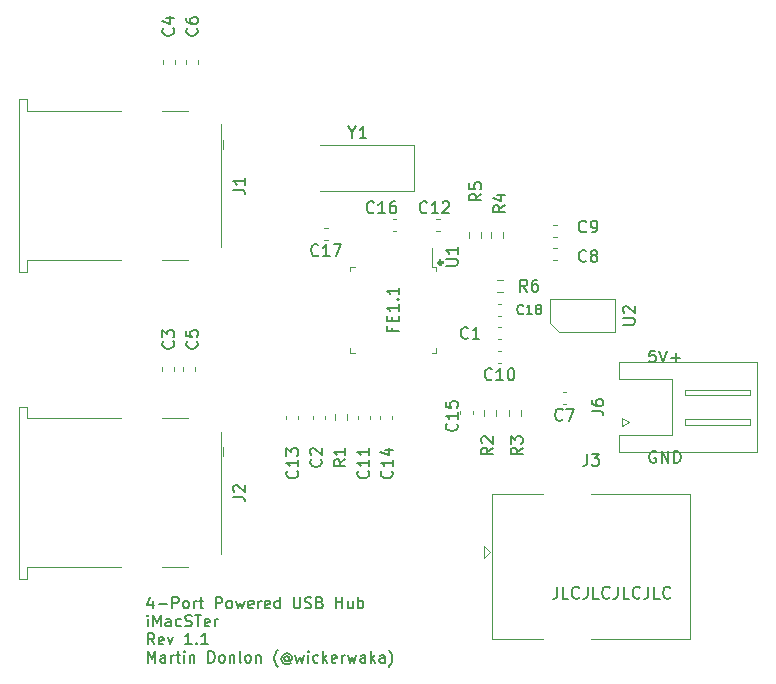
<source format=gbr>
%TF.GenerationSoftware,KiCad,Pcbnew,(6.0.5)*%
%TF.CreationDate,2023-02-01T20:47:26-08:00*%
%TF.ProjectId,USBHub,55534248-7562-42e6-9b69-6361645f7063,rev?*%
%TF.SameCoordinates,Original*%
%TF.FileFunction,Legend,Top*%
%TF.FilePolarity,Positive*%
%FSLAX46Y46*%
G04 Gerber Fmt 4.6, Leading zero omitted, Abs format (unit mm)*
G04 Created by KiCad (PCBNEW (6.0.5)) date 2023-02-01 20:47:26*
%MOMM*%
%LPD*%
G01*
G04 APERTURE LIST*
%ADD10C,0.150000*%
%ADD11C,0.120000*%
%ADD12C,0.300000*%
G04 APERTURE END LIST*
D10*
X132630833Y-110642178D02*
X132630833Y-111275511D01*
X132404642Y-110280273D02*
X132178452Y-110958845D01*
X132766547Y-110958845D01*
X133128452Y-110913607D02*
X133852261Y-110913607D01*
X134304642Y-111275511D02*
X134304642Y-110325511D01*
X134666547Y-110325511D01*
X134757023Y-110370750D01*
X134802261Y-110415988D01*
X134847500Y-110506464D01*
X134847500Y-110642178D01*
X134802261Y-110732654D01*
X134757023Y-110777892D01*
X134666547Y-110823130D01*
X134304642Y-110823130D01*
X135390357Y-111275511D02*
X135299880Y-111230273D01*
X135254642Y-111185035D01*
X135209404Y-111094559D01*
X135209404Y-110823130D01*
X135254642Y-110732654D01*
X135299880Y-110687416D01*
X135390357Y-110642178D01*
X135526071Y-110642178D01*
X135616547Y-110687416D01*
X135661785Y-110732654D01*
X135707023Y-110823130D01*
X135707023Y-111094559D01*
X135661785Y-111185035D01*
X135616547Y-111230273D01*
X135526071Y-111275511D01*
X135390357Y-111275511D01*
X136114166Y-111275511D02*
X136114166Y-110642178D01*
X136114166Y-110823130D02*
X136159404Y-110732654D01*
X136204642Y-110687416D01*
X136295119Y-110642178D01*
X136385595Y-110642178D01*
X136566547Y-110642178D02*
X136928452Y-110642178D01*
X136702261Y-110325511D02*
X136702261Y-111139797D01*
X136747500Y-111230273D01*
X136837976Y-111275511D01*
X136928452Y-111275511D01*
X137968928Y-111275511D02*
X137968928Y-110325511D01*
X138330833Y-110325511D01*
X138421309Y-110370750D01*
X138466547Y-110415988D01*
X138511785Y-110506464D01*
X138511785Y-110642178D01*
X138466547Y-110732654D01*
X138421309Y-110777892D01*
X138330833Y-110823130D01*
X137968928Y-110823130D01*
X139054642Y-111275511D02*
X138964166Y-111230273D01*
X138918928Y-111185035D01*
X138873690Y-111094559D01*
X138873690Y-110823130D01*
X138918928Y-110732654D01*
X138964166Y-110687416D01*
X139054642Y-110642178D01*
X139190357Y-110642178D01*
X139280833Y-110687416D01*
X139326071Y-110732654D01*
X139371309Y-110823130D01*
X139371309Y-111094559D01*
X139326071Y-111185035D01*
X139280833Y-111230273D01*
X139190357Y-111275511D01*
X139054642Y-111275511D01*
X139687976Y-110642178D02*
X139868928Y-111275511D01*
X140049880Y-110823130D01*
X140230833Y-111275511D01*
X140411785Y-110642178D01*
X141135595Y-111230273D02*
X141045119Y-111275511D01*
X140864166Y-111275511D01*
X140773690Y-111230273D01*
X140728452Y-111139797D01*
X140728452Y-110777892D01*
X140773690Y-110687416D01*
X140864166Y-110642178D01*
X141045119Y-110642178D01*
X141135595Y-110687416D01*
X141180833Y-110777892D01*
X141180833Y-110868369D01*
X140728452Y-110958845D01*
X141587976Y-111275511D02*
X141587976Y-110642178D01*
X141587976Y-110823130D02*
X141633214Y-110732654D01*
X141678452Y-110687416D01*
X141768928Y-110642178D01*
X141859404Y-110642178D01*
X142537976Y-111230273D02*
X142447500Y-111275511D01*
X142266547Y-111275511D01*
X142176071Y-111230273D01*
X142130833Y-111139797D01*
X142130833Y-110777892D01*
X142176071Y-110687416D01*
X142266547Y-110642178D01*
X142447500Y-110642178D01*
X142537976Y-110687416D01*
X142583214Y-110777892D01*
X142583214Y-110868369D01*
X142130833Y-110958845D01*
X143397500Y-111275511D02*
X143397500Y-110325511D01*
X143397500Y-111230273D02*
X143307023Y-111275511D01*
X143126071Y-111275511D01*
X143035595Y-111230273D01*
X142990357Y-111185035D01*
X142945119Y-111094559D01*
X142945119Y-110823130D01*
X142990357Y-110732654D01*
X143035595Y-110687416D01*
X143126071Y-110642178D01*
X143307023Y-110642178D01*
X143397500Y-110687416D01*
X144573690Y-110325511D02*
X144573690Y-111094559D01*
X144618928Y-111185035D01*
X144664166Y-111230273D01*
X144754642Y-111275511D01*
X144935595Y-111275511D01*
X145026071Y-111230273D01*
X145071309Y-111185035D01*
X145116547Y-111094559D01*
X145116547Y-110325511D01*
X145523690Y-111230273D02*
X145659404Y-111275511D01*
X145885595Y-111275511D01*
X145976071Y-111230273D01*
X146021309Y-111185035D01*
X146066547Y-111094559D01*
X146066547Y-111004083D01*
X146021309Y-110913607D01*
X145976071Y-110868369D01*
X145885595Y-110823130D01*
X145704642Y-110777892D01*
X145614166Y-110732654D01*
X145568928Y-110687416D01*
X145523690Y-110596940D01*
X145523690Y-110506464D01*
X145568928Y-110415988D01*
X145614166Y-110370750D01*
X145704642Y-110325511D01*
X145930833Y-110325511D01*
X146066547Y-110370750D01*
X146790357Y-110777892D02*
X146926071Y-110823130D01*
X146971309Y-110868369D01*
X147016547Y-110958845D01*
X147016547Y-111094559D01*
X146971309Y-111185035D01*
X146926071Y-111230273D01*
X146835595Y-111275511D01*
X146473690Y-111275511D01*
X146473690Y-110325511D01*
X146790357Y-110325511D01*
X146880833Y-110370750D01*
X146926071Y-110415988D01*
X146971309Y-110506464D01*
X146971309Y-110596940D01*
X146926071Y-110687416D01*
X146880833Y-110732654D01*
X146790357Y-110777892D01*
X146473690Y-110777892D01*
X148147500Y-111275511D02*
X148147500Y-110325511D01*
X148147500Y-110777892D02*
X148690357Y-110777892D01*
X148690357Y-111275511D02*
X148690357Y-110325511D01*
X149549880Y-110642178D02*
X149549880Y-111275511D01*
X149142738Y-110642178D02*
X149142738Y-111139797D01*
X149187976Y-111230273D01*
X149278452Y-111275511D01*
X149414166Y-111275511D01*
X149504642Y-111230273D01*
X149549880Y-111185035D01*
X150002261Y-111275511D02*
X150002261Y-110325511D01*
X150002261Y-110687416D02*
X150092738Y-110642178D01*
X150273690Y-110642178D01*
X150364166Y-110687416D01*
X150409404Y-110732654D01*
X150454642Y-110823130D01*
X150454642Y-111094559D01*
X150409404Y-111185035D01*
X150364166Y-111230273D01*
X150273690Y-111275511D01*
X150092738Y-111275511D01*
X150002261Y-111230273D01*
X132223690Y-112805011D02*
X132223690Y-112171678D01*
X132223690Y-111855011D02*
X132178452Y-111900250D01*
X132223690Y-111945488D01*
X132268928Y-111900250D01*
X132223690Y-111855011D01*
X132223690Y-111945488D01*
X132676071Y-112805011D02*
X132676071Y-111855011D01*
X132992738Y-112533583D01*
X133309404Y-111855011D01*
X133309404Y-112805011D01*
X134168928Y-112805011D02*
X134168928Y-112307392D01*
X134123690Y-112216916D01*
X134033214Y-112171678D01*
X133852261Y-112171678D01*
X133761785Y-112216916D01*
X134168928Y-112759773D02*
X134078452Y-112805011D01*
X133852261Y-112805011D01*
X133761785Y-112759773D01*
X133716547Y-112669297D01*
X133716547Y-112578821D01*
X133761785Y-112488345D01*
X133852261Y-112443107D01*
X134078452Y-112443107D01*
X134168928Y-112397869D01*
X135028452Y-112759773D02*
X134937976Y-112805011D01*
X134757023Y-112805011D01*
X134666547Y-112759773D01*
X134621309Y-112714535D01*
X134576071Y-112624059D01*
X134576071Y-112352630D01*
X134621309Y-112262154D01*
X134666547Y-112216916D01*
X134757023Y-112171678D01*
X134937976Y-112171678D01*
X135028452Y-112216916D01*
X135390357Y-112759773D02*
X135526071Y-112805011D01*
X135752261Y-112805011D01*
X135842738Y-112759773D01*
X135887976Y-112714535D01*
X135933214Y-112624059D01*
X135933214Y-112533583D01*
X135887976Y-112443107D01*
X135842738Y-112397869D01*
X135752261Y-112352630D01*
X135571309Y-112307392D01*
X135480833Y-112262154D01*
X135435595Y-112216916D01*
X135390357Y-112126440D01*
X135390357Y-112035964D01*
X135435595Y-111945488D01*
X135480833Y-111900250D01*
X135571309Y-111855011D01*
X135797500Y-111855011D01*
X135933214Y-111900250D01*
X136204642Y-111855011D02*
X136747500Y-111855011D01*
X136476071Y-112805011D02*
X136476071Y-111855011D01*
X137426071Y-112759773D02*
X137335595Y-112805011D01*
X137154642Y-112805011D01*
X137064166Y-112759773D01*
X137018928Y-112669297D01*
X137018928Y-112307392D01*
X137064166Y-112216916D01*
X137154642Y-112171678D01*
X137335595Y-112171678D01*
X137426071Y-112216916D01*
X137471309Y-112307392D01*
X137471309Y-112397869D01*
X137018928Y-112488345D01*
X137878452Y-112805011D02*
X137878452Y-112171678D01*
X137878452Y-112352630D02*
X137923690Y-112262154D01*
X137968928Y-112216916D01*
X138059404Y-112171678D01*
X138149880Y-112171678D01*
X132766547Y-114334511D02*
X132449880Y-113882130D01*
X132223690Y-114334511D02*
X132223690Y-113384511D01*
X132585595Y-113384511D01*
X132676071Y-113429750D01*
X132721309Y-113474988D01*
X132766547Y-113565464D01*
X132766547Y-113701178D01*
X132721309Y-113791654D01*
X132676071Y-113836892D01*
X132585595Y-113882130D01*
X132223690Y-113882130D01*
X133535595Y-114289273D02*
X133445119Y-114334511D01*
X133264166Y-114334511D01*
X133173690Y-114289273D01*
X133128452Y-114198797D01*
X133128452Y-113836892D01*
X133173690Y-113746416D01*
X133264166Y-113701178D01*
X133445119Y-113701178D01*
X133535595Y-113746416D01*
X133580833Y-113836892D01*
X133580833Y-113927369D01*
X133128452Y-114017845D01*
X133897500Y-113701178D02*
X134123690Y-114334511D01*
X134349880Y-113701178D01*
X135933214Y-114334511D02*
X135390357Y-114334511D01*
X135661785Y-114334511D02*
X135661785Y-113384511D01*
X135571309Y-113520226D01*
X135480833Y-113610702D01*
X135390357Y-113655940D01*
X136340357Y-114244035D02*
X136385595Y-114289273D01*
X136340357Y-114334511D01*
X136295119Y-114289273D01*
X136340357Y-114244035D01*
X136340357Y-114334511D01*
X137290357Y-114334511D02*
X136747500Y-114334511D01*
X137018928Y-114334511D02*
X137018928Y-113384511D01*
X136928452Y-113520226D01*
X136837976Y-113610702D01*
X136747500Y-113655940D01*
X132223690Y-115864011D02*
X132223690Y-114914011D01*
X132540357Y-115592583D01*
X132857023Y-114914011D01*
X132857023Y-115864011D01*
X133716547Y-115864011D02*
X133716547Y-115366392D01*
X133671309Y-115275916D01*
X133580833Y-115230678D01*
X133399880Y-115230678D01*
X133309404Y-115275916D01*
X133716547Y-115818773D02*
X133626071Y-115864011D01*
X133399880Y-115864011D01*
X133309404Y-115818773D01*
X133264166Y-115728297D01*
X133264166Y-115637821D01*
X133309404Y-115547345D01*
X133399880Y-115502107D01*
X133626071Y-115502107D01*
X133716547Y-115456869D01*
X134168928Y-115864011D02*
X134168928Y-115230678D01*
X134168928Y-115411630D02*
X134214166Y-115321154D01*
X134259404Y-115275916D01*
X134349880Y-115230678D01*
X134440357Y-115230678D01*
X134621309Y-115230678D02*
X134983214Y-115230678D01*
X134757023Y-114914011D02*
X134757023Y-115728297D01*
X134802261Y-115818773D01*
X134892738Y-115864011D01*
X134983214Y-115864011D01*
X135299880Y-115864011D02*
X135299880Y-115230678D01*
X135299880Y-114914011D02*
X135254642Y-114959250D01*
X135299880Y-115004488D01*
X135345119Y-114959250D01*
X135299880Y-114914011D01*
X135299880Y-115004488D01*
X135752261Y-115230678D02*
X135752261Y-115864011D01*
X135752261Y-115321154D02*
X135797500Y-115275916D01*
X135887976Y-115230678D01*
X136023690Y-115230678D01*
X136114166Y-115275916D01*
X136159404Y-115366392D01*
X136159404Y-115864011D01*
X137335595Y-115864011D02*
X137335595Y-114914011D01*
X137561785Y-114914011D01*
X137697500Y-114959250D01*
X137787976Y-115049726D01*
X137833214Y-115140202D01*
X137878452Y-115321154D01*
X137878452Y-115456869D01*
X137833214Y-115637821D01*
X137787976Y-115728297D01*
X137697500Y-115818773D01*
X137561785Y-115864011D01*
X137335595Y-115864011D01*
X138421309Y-115864011D02*
X138330833Y-115818773D01*
X138285595Y-115773535D01*
X138240357Y-115683059D01*
X138240357Y-115411630D01*
X138285595Y-115321154D01*
X138330833Y-115275916D01*
X138421309Y-115230678D01*
X138557023Y-115230678D01*
X138647500Y-115275916D01*
X138692738Y-115321154D01*
X138737976Y-115411630D01*
X138737976Y-115683059D01*
X138692738Y-115773535D01*
X138647500Y-115818773D01*
X138557023Y-115864011D01*
X138421309Y-115864011D01*
X139145119Y-115230678D02*
X139145119Y-115864011D01*
X139145119Y-115321154D02*
X139190357Y-115275916D01*
X139280833Y-115230678D01*
X139416547Y-115230678D01*
X139507023Y-115275916D01*
X139552261Y-115366392D01*
X139552261Y-115864011D01*
X140140357Y-115864011D02*
X140049880Y-115818773D01*
X140004642Y-115728297D01*
X140004642Y-114914011D01*
X140637976Y-115864011D02*
X140547500Y-115818773D01*
X140502261Y-115773535D01*
X140457023Y-115683059D01*
X140457023Y-115411630D01*
X140502261Y-115321154D01*
X140547500Y-115275916D01*
X140637976Y-115230678D01*
X140773690Y-115230678D01*
X140864166Y-115275916D01*
X140909404Y-115321154D01*
X140954642Y-115411630D01*
X140954642Y-115683059D01*
X140909404Y-115773535D01*
X140864166Y-115818773D01*
X140773690Y-115864011D01*
X140637976Y-115864011D01*
X141361785Y-115230678D02*
X141361785Y-115864011D01*
X141361785Y-115321154D02*
X141407023Y-115275916D01*
X141497500Y-115230678D01*
X141633214Y-115230678D01*
X141723690Y-115275916D01*
X141768928Y-115366392D01*
X141768928Y-115864011D01*
X143216547Y-116225916D02*
X143171309Y-116180678D01*
X143080833Y-116044964D01*
X143035595Y-115954488D01*
X142990357Y-115818773D01*
X142945119Y-115592583D01*
X142945119Y-115411630D01*
X142990357Y-115185440D01*
X143035595Y-115049726D01*
X143080833Y-114959250D01*
X143171309Y-114823535D01*
X143216547Y-114778297D01*
X144166547Y-115411630D02*
X144121309Y-115366392D01*
X144030833Y-115321154D01*
X143940357Y-115321154D01*
X143849880Y-115366392D01*
X143804642Y-115411630D01*
X143759404Y-115502107D01*
X143759404Y-115592583D01*
X143804642Y-115683059D01*
X143849880Y-115728297D01*
X143940357Y-115773535D01*
X144030833Y-115773535D01*
X144121309Y-115728297D01*
X144166547Y-115683059D01*
X144166547Y-115321154D02*
X144166547Y-115683059D01*
X144211785Y-115728297D01*
X144257023Y-115728297D01*
X144347500Y-115683059D01*
X144392738Y-115592583D01*
X144392738Y-115366392D01*
X144302261Y-115230678D01*
X144166547Y-115140202D01*
X143985595Y-115094964D01*
X143804642Y-115140202D01*
X143668928Y-115230678D01*
X143578452Y-115366392D01*
X143533214Y-115547345D01*
X143578452Y-115728297D01*
X143668928Y-115864011D01*
X143804642Y-115954488D01*
X143985595Y-115999726D01*
X144166547Y-115954488D01*
X144302261Y-115864011D01*
X144709404Y-115230678D02*
X144890357Y-115864011D01*
X145071309Y-115411630D01*
X145252261Y-115864011D01*
X145433214Y-115230678D01*
X145795119Y-115864011D02*
X145795119Y-115230678D01*
X145795119Y-114914011D02*
X145749880Y-114959250D01*
X145795119Y-115004488D01*
X145840357Y-114959250D01*
X145795119Y-114914011D01*
X145795119Y-115004488D01*
X146654642Y-115818773D02*
X146564166Y-115864011D01*
X146383214Y-115864011D01*
X146292738Y-115818773D01*
X146247500Y-115773535D01*
X146202261Y-115683059D01*
X146202261Y-115411630D01*
X146247500Y-115321154D01*
X146292738Y-115275916D01*
X146383214Y-115230678D01*
X146564166Y-115230678D01*
X146654642Y-115275916D01*
X147061785Y-115864011D02*
X147061785Y-114914011D01*
X147152261Y-115502107D02*
X147423690Y-115864011D01*
X147423690Y-115230678D02*
X147061785Y-115592583D01*
X148192738Y-115818773D02*
X148102261Y-115864011D01*
X147921309Y-115864011D01*
X147830833Y-115818773D01*
X147785595Y-115728297D01*
X147785595Y-115366392D01*
X147830833Y-115275916D01*
X147921309Y-115230678D01*
X148102261Y-115230678D01*
X148192738Y-115275916D01*
X148237976Y-115366392D01*
X148237976Y-115456869D01*
X147785595Y-115547345D01*
X148645119Y-115864011D02*
X148645119Y-115230678D01*
X148645119Y-115411630D02*
X148690357Y-115321154D01*
X148735595Y-115275916D01*
X148826071Y-115230678D01*
X148916547Y-115230678D01*
X149142738Y-115230678D02*
X149323690Y-115864011D01*
X149504642Y-115411630D01*
X149685595Y-115864011D01*
X149866547Y-115230678D01*
X150635595Y-115864011D02*
X150635595Y-115366392D01*
X150590357Y-115275916D01*
X150499880Y-115230678D01*
X150318928Y-115230678D01*
X150228452Y-115275916D01*
X150635595Y-115818773D02*
X150545119Y-115864011D01*
X150318928Y-115864011D01*
X150228452Y-115818773D01*
X150183214Y-115728297D01*
X150183214Y-115637821D01*
X150228452Y-115547345D01*
X150318928Y-115502107D01*
X150545119Y-115502107D01*
X150635595Y-115456869D01*
X151087976Y-115864011D02*
X151087976Y-114914011D01*
X151178452Y-115502107D02*
X151449880Y-115864011D01*
X151449880Y-115230678D02*
X151087976Y-115592583D01*
X152264166Y-115864011D02*
X152264166Y-115366392D01*
X152218928Y-115275916D01*
X152128452Y-115230678D01*
X151947500Y-115230678D01*
X151857023Y-115275916D01*
X152264166Y-115818773D02*
X152173690Y-115864011D01*
X151947500Y-115864011D01*
X151857023Y-115818773D01*
X151811785Y-115728297D01*
X151811785Y-115637821D01*
X151857023Y-115547345D01*
X151947500Y-115502107D01*
X152173690Y-115502107D01*
X152264166Y-115456869D01*
X152626071Y-116225916D02*
X152671309Y-116180678D01*
X152761785Y-116044964D01*
X152807023Y-115954488D01*
X152852261Y-115818773D01*
X152897500Y-115592583D01*
X152897500Y-115411630D01*
X152852261Y-115185440D01*
X152807023Y-115049726D01*
X152761785Y-114959250D01*
X152671309Y-114823535D01*
X152626071Y-114778297D01*
X166880952Y-109452380D02*
X166880952Y-110166666D01*
X166833333Y-110309523D01*
X166738095Y-110404761D01*
X166595238Y-110452380D01*
X166500000Y-110452380D01*
X167833333Y-110452380D02*
X167357142Y-110452380D01*
X167357142Y-109452380D01*
X168738095Y-110357142D02*
X168690476Y-110404761D01*
X168547619Y-110452380D01*
X168452380Y-110452380D01*
X168309523Y-110404761D01*
X168214285Y-110309523D01*
X168166666Y-110214285D01*
X168119047Y-110023809D01*
X168119047Y-109880952D01*
X168166666Y-109690476D01*
X168214285Y-109595238D01*
X168309523Y-109500000D01*
X168452380Y-109452380D01*
X168547619Y-109452380D01*
X168690476Y-109500000D01*
X168738095Y-109547619D01*
X169452380Y-109452380D02*
X169452380Y-110166666D01*
X169404761Y-110309523D01*
X169309523Y-110404761D01*
X169166666Y-110452380D01*
X169071428Y-110452380D01*
X170404761Y-110452380D02*
X169928571Y-110452380D01*
X169928571Y-109452380D01*
X171309523Y-110357142D02*
X171261904Y-110404761D01*
X171119047Y-110452380D01*
X171023809Y-110452380D01*
X170880952Y-110404761D01*
X170785714Y-110309523D01*
X170738095Y-110214285D01*
X170690476Y-110023809D01*
X170690476Y-109880952D01*
X170738095Y-109690476D01*
X170785714Y-109595238D01*
X170880952Y-109500000D01*
X171023809Y-109452380D01*
X171119047Y-109452380D01*
X171261904Y-109500000D01*
X171309523Y-109547619D01*
X172023809Y-109452380D02*
X172023809Y-110166666D01*
X171976190Y-110309523D01*
X171880952Y-110404761D01*
X171738095Y-110452380D01*
X171642857Y-110452380D01*
X172976190Y-110452380D02*
X172500000Y-110452380D01*
X172500000Y-109452380D01*
X173880952Y-110357142D02*
X173833333Y-110404761D01*
X173690476Y-110452380D01*
X173595238Y-110452380D01*
X173452380Y-110404761D01*
X173357142Y-110309523D01*
X173309523Y-110214285D01*
X173261904Y-110023809D01*
X173261904Y-109880952D01*
X173309523Y-109690476D01*
X173357142Y-109595238D01*
X173452380Y-109500000D01*
X173595238Y-109452380D01*
X173690476Y-109452380D01*
X173833333Y-109500000D01*
X173880952Y-109547619D01*
X174595238Y-109452380D02*
X174595238Y-110166666D01*
X174547619Y-110309523D01*
X174452380Y-110404761D01*
X174309523Y-110452380D01*
X174214285Y-110452380D01*
X175547619Y-110452380D02*
X175071428Y-110452380D01*
X175071428Y-109452380D01*
X176452380Y-110357142D02*
X176404761Y-110404761D01*
X176261904Y-110452380D01*
X176166666Y-110452380D01*
X176023809Y-110404761D01*
X175928571Y-110309523D01*
X175880952Y-110214285D01*
X175833333Y-110023809D01*
X175833333Y-109880952D01*
X175880952Y-109690476D01*
X175928571Y-109595238D01*
X176023809Y-109500000D01*
X176166666Y-109452380D01*
X176261904Y-109452380D01*
X176404761Y-109500000D01*
X176452380Y-109547619D01*
X175238095Y-98000000D02*
X175142857Y-97952380D01*
X175000000Y-97952380D01*
X174857142Y-98000000D01*
X174761904Y-98095238D01*
X174714285Y-98190476D01*
X174666666Y-98380952D01*
X174666666Y-98523809D01*
X174714285Y-98714285D01*
X174761904Y-98809523D01*
X174857142Y-98904761D01*
X175000000Y-98952380D01*
X175095238Y-98952380D01*
X175238095Y-98904761D01*
X175285714Y-98857142D01*
X175285714Y-98523809D01*
X175095238Y-98523809D01*
X175714285Y-98952380D02*
X175714285Y-97952380D01*
X176285714Y-98952380D01*
X176285714Y-97952380D01*
X176761904Y-98952380D02*
X176761904Y-97952380D01*
X177000000Y-97952380D01*
X177142857Y-98000000D01*
X177238095Y-98095238D01*
X177285714Y-98190476D01*
X177333333Y-98380952D01*
X177333333Y-98523809D01*
X177285714Y-98714285D01*
X177238095Y-98809523D01*
X177142857Y-98904761D01*
X177000000Y-98952380D01*
X176761904Y-98952380D01*
X175190476Y-89452380D02*
X174714285Y-89452380D01*
X174666666Y-89928571D01*
X174714285Y-89880952D01*
X174809523Y-89833333D01*
X175047619Y-89833333D01*
X175142857Y-89880952D01*
X175190476Y-89928571D01*
X175238095Y-90023809D01*
X175238095Y-90261904D01*
X175190476Y-90357142D01*
X175142857Y-90404761D01*
X175047619Y-90452380D01*
X174809523Y-90452380D01*
X174714285Y-90404761D01*
X174666666Y-90357142D01*
X175523809Y-89452380D02*
X175857142Y-90452380D01*
X176190476Y-89452380D01*
X176523809Y-90071428D02*
X177285714Y-90071428D01*
X176904761Y-90452380D02*
X176904761Y-89690476D01*
%TO.C,J6*%
X169792380Y-94563333D02*
X170506666Y-94563333D01*
X170649523Y-94610952D01*
X170744761Y-94706190D01*
X170792380Y-94849047D01*
X170792380Y-94944285D01*
X169792380Y-93658571D02*
X169792380Y-93849047D01*
X169840000Y-93944285D01*
X169887619Y-93991904D01*
X170030476Y-94087142D01*
X170220952Y-94134761D01*
X170601904Y-94134761D01*
X170697142Y-94087142D01*
X170744761Y-94039523D01*
X170792380Y-93944285D01*
X170792380Y-93753809D01*
X170744761Y-93658571D01*
X170697142Y-93610952D01*
X170601904Y-93563333D01*
X170363809Y-93563333D01*
X170268571Y-93610952D01*
X170220952Y-93658571D01*
X170173333Y-93753809D01*
X170173333Y-93944285D01*
X170220952Y-94039523D01*
X170268571Y-94087142D01*
X170363809Y-94134761D01*
%TO.C,J3*%
X169426666Y-98182380D02*
X169426666Y-98896666D01*
X169379047Y-99039523D01*
X169283809Y-99134761D01*
X169140952Y-99182380D01*
X169045714Y-99182380D01*
X169807619Y-98182380D02*
X170426666Y-98182380D01*
X170093333Y-98563333D01*
X170236190Y-98563333D01*
X170331428Y-98610952D01*
X170379047Y-98658571D01*
X170426666Y-98753809D01*
X170426666Y-98991904D01*
X170379047Y-99087142D01*
X170331428Y-99134761D01*
X170236190Y-99182380D01*
X169950476Y-99182380D01*
X169855238Y-99134761D01*
X169807619Y-99087142D01*
%TO.C,J1*%
X139452380Y-75833333D02*
X140166666Y-75833333D01*
X140309523Y-75880952D01*
X140404761Y-75976190D01*
X140452380Y-76119047D01*
X140452380Y-76214285D01*
X140452380Y-74833333D02*
X140452380Y-75404761D01*
X140452380Y-75119047D02*
X139452380Y-75119047D01*
X139595238Y-75214285D01*
X139690476Y-75309523D01*
X139738095Y-75404761D01*
%TO.C,J2*%
X139452380Y-101833333D02*
X140166666Y-101833333D01*
X140309523Y-101880952D01*
X140404761Y-101976190D01*
X140452380Y-102119047D01*
X140452380Y-102214285D01*
X139547619Y-101404761D02*
X139500000Y-101357142D01*
X139452380Y-101261904D01*
X139452380Y-101023809D01*
X139500000Y-100928571D01*
X139547619Y-100880952D01*
X139642857Y-100833333D01*
X139738095Y-100833333D01*
X139880952Y-100880952D01*
X140452380Y-101452380D01*
X140452380Y-100833333D01*
%TO.C,Y1*%
X149523809Y-70976190D02*
X149523809Y-71452380D01*
X149190476Y-70452380D02*
X149523809Y-70976190D01*
X149857142Y-70452380D01*
X150714285Y-71452380D02*
X150142857Y-71452380D01*
X150428571Y-71452380D02*
X150428571Y-70452380D01*
X150333333Y-70595238D01*
X150238095Y-70690476D01*
X150142857Y-70738095D01*
%TO.C,U2*%
X172452380Y-87261904D02*
X173261904Y-87261904D01*
X173357142Y-87214285D01*
X173404761Y-87166666D01*
X173452380Y-87071428D01*
X173452380Y-86880952D01*
X173404761Y-86785714D01*
X173357142Y-86738095D01*
X173261904Y-86690476D01*
X172452380Y-86690476D01*
X172547619Y-86261904D02*
X172500000Y-86214285D01*
X172452380Y-86119047D01*
X172452380Y-85880952D01*
X172500000Y-85785714D01*
X172547619Y-85738095D01*
X172642857Y-85690476D01*
X172738095Y-85690476D01*
X172880952Y-85738095D01*
X173452380Y-86309523D01*
X173452380Y-85690476D01*
%TO.C,U1*%
X157452380Y-82261904D02*
X158261904Y-82261904D01*
X158357142Y-82214285D01*
X158404761Y-82166666D01*
X158452380Y-82071428D01*
X158452380Y-81880952D01*
X158404761Y-81785714D01*
X158357142Y-81738095D01*
X158261904Y-81690476D01*
X157452380Y-81690476D01*
X158452380Y-80690476D02*
X158452380Y-81261904D01*
X158452380Y-80976190D02*
X157452380Y-80976190D01*
X157595238Y-81071428D01*
X157690476Y-81166666D01*
X157738095Y-81261904D01*
X152928571Y-87500000D02*
X152928571Y-87833333D01*
X153452380Y-87833333D02*
X152452380Y-87833333D01*
X152452380Y-87357142D01*
X152928571Y-86976190D02*
X152928571Y-86642857D01*
X153452380Y-86500000D02*
X153452380Y-86976190D01*
X152452380Y-86976190D01*
X152452380Y-86500000D01*
X153452380Y-85547619D02*
X153452380Y-86119047D01*
X153452380Y-85833333D02*
X152452380Y-85833333D01*
X152595238Y-85928571D01*
X152690476Y-86023809D01*
X152738095Y-86119047D01*
X153357142Y-85119047D02*
X153404761Y-85071428D01*
X153452380Y-85119047D01*
X153404761Y-85166666D01*
X153357142Y-85119047D01*
X153452380Y-85119047D01*
X153452380Y-84119047D02*
X153452380Y-84690476D01*
X153452380Y-84404761D02*
X152452380Y-84404761D01*
X152595238Y-84500000D01*
X152690476Y-84595238D01*
X152738095Y-84690476D01*
%TO.C,R6*%
X164333333Y-84452380D02*
X164000000Y-83976190D01*
X163761904Y-84452380D02*
X163761904Y-83452380D01*
X164142857Y-83452380D01*
X164238095Y-83500000D01*
X164285714Y-83547619D01*
X164333333Y-83642857D01*
X164333333Y-83785714D01*
X164285714Y-83880952D01*
X164238095Y-83928571D01*
X164142857Y-83976190D01*
X163761904Y-83976190D01*
X165190476Y-83452380D02*
X165000000Y-83452380D01*
X164904761Y-83500000D01*
X164857142Y-83547619D01*
X164761904Y-83690476D01*
X164714285Y-83880952D01*
X164714285Y-84261904D01*
X164761904Y-84357142D01*
X164809523Y-84404761D01*
X164904761Y-84452380D01*
X165095238Y-84452380D01*
X165190476Y-84404761D01*
X165238095Y-84357142D01*
X165285714Y-84261904D01*
X165285714Y-84023809D01*
X165238095Y-83928571D01*
X165190476Y-83880952D01*
X165095238Y-83833333D01*
X164904761Y-83833333D01*
X164809523Y-83880952D01*
X164761904Y-83928571D01*
X164714285Y-84023809D01*
%TO.C,R5*%
X160452380Y-76166666D02*
X159976190Y-76500000D01*
X160452380Y-76738095D02*
X159452380Y-76738095D01*
X159452380Y-76357142D01*
X159500000Y-76261904D01*
X159547619Y-76214285D01*
X159642857Y-76166666D01*
X159785714Y-76166666D01*
X159880952Y-76214285D01*
X159928571Y-76261904D01*
X159976190Y-76357142D01*
X159976190Y-76738095D01*
X159452380Y-75261904D02*
X159452380Y-75738095D01*
X159928571Y-75785714D01*
X159880952Y-75738095D01*
X159833333Y-75642857D01*
X159833333Y-75404761D01*
X159880952Y-75309523D01*
X159928571Y-75261904D01*
X160023809Y-75214285D01*
X160261904Y-75214285D01*
X160357142Y-75261904D01*
X160404761Y-75309523D01*
X160452380Y-75404761D01*
X160452380Y-75642857D01*
X160404761Y-75738095D01*
X160357142Y-75785714D01*
%TO.C,R4*%
X162452380Y-77166666D02*
X161976190Y-77500000D01*
X162452380Y-77738095D02*
X161452380Y-77738095D01*
X161452380Y-77357142D01*
X161500000Y-77261904D01*
X161547619Y-77214285D01*
X161642857Y-77166666D01*
X161785714Y-77166666D01*
X161880952Y-77214285D01*
X161928571Y-77261904D01*
X161976190Y-77357142D01*
X161976190Y-77738095D01*
X161785714Y-76309523D02*
X162452380Y-76309523D01*
X161404761Y-76547619D02*
X162119047Y-76785714D01*
X162119047Y-76166666D01*
%TO.C,R3*%
X163952380Y-97666666D02*
X163476190Y-98000000D01*
X163952380Y-98238095D02*
X162952380Y-98238095D01*
X162952380Y-97857142D01*
X163000000Y-97761904D01*
X163047619Y-97714285D01*
X163142857Y-97666666D01*
X163285714Y-97666666D01*
X163380952Y-97714285D01*
X163428571Y-97761904D01*
X163476190Y-97857142D01*
X163476190Y-98238095D01*
X162952380Y-97333333D02*
X162952380Y-96714285D01*
X163333333Y-97047619D01*
X163333333Y-96904761D01*
X163380952Y-96809523D01*
X163428571Y-96761904D01*
X163523809Y-96714285D01*
X163761904Y-96714285D01*
X163857142Y-96761904D01*
X163904761Y-96809523D01*
X163952380Y-96904761D01*
X163952380Y-97190476D01*
X163904761Y-97285714D01*
X163857142Y-97333333D01*
%TO.C,R2*%
X161452380Y-97666666D02*
X160976190Y-98000000D01*
X161452380Y-98238095D02*
X160452380Y-98238095D01*
X160452380Y-97857142D01*
X160500000Y-97761904D01*
X160547619Y-97714285D01*
X160642857Y-97666666D01*
X160785714Y-97666666D01*
X160880952Y-97714285D01*
X160928571Y-97761904D01*
X160976190Y-97857142D01*
X160976190Y-98238095D01*
X160547619Y-97285714D02*
X160500000Y-97238095D01*
X160452380Y-97142857D01*
X160452380Y-96904761D01*
X160500000Y-96809523D01*
X160547619Y-96761904D01*
X160642857Y-96714285D01*
X160738095Y-96714285D01*
X160880952Y-96761904D01*
X161452380Y-97333333D01*
X161452380Y-96714285D01*
%TO.C,R1*%
X148952380Y-98666666D02*
X148476190Y-99000000D01*
X148952380Y-99238095D02*
X147952380Y-99238095D01*
X147952380Y-98857142D01*
X148000000Y-98761904D01*
X148047619Y-98714285D01*
X148142857Y-98666666D01*
X148285714Y-98666666D01*
X148380952Y-98714285D01*
X148428571Y-98761904D01*
X148476190Y-98857142D01*
X148476190Y-99238095D01*
X148952380Y-97714285D02*
X148952380Y-98285714D01*
X148952380Y-98000000D02*
X147952380Y-98000000D01*
X148095238Y-98095238D01*
X148190476Y-98190476D01*
X148238095Y-98285714D01*
%TO.C,C18*%
X163985714Y-86285714D02*
X163947619Y-86323809D01*
X163833333Y-86361904D01*
X163757142Y-86361904D01*
X163642857Y-86323809D01*
X163566666Y-86247619D01*
X163528571Y-86171428D01*
X163490476Y-86019047D01*
X163490476Y-85904761D01*
X163528571Y-85752380D01*
X163566666Y-85676190D01*
X163642857Y-85600000D01*
X163757142Y-85561904D01*
X163833333Y-85561904D01*
X163947619Y-85600000D01*
X163985714Y-85638095D01*
X164747619Y-86361904D02*
X164290476Y-86361904D01*
X164519047Y-86361904D02*
X164519047Y-85561904D01*
X164442857Y-85676190D01*
X164366666Y-85752380D01*
X164290476Y-85790476D01*
X165204761Y-85904761D02*
X165128571Y-85866666D01*
X165090476Y-85828571D01*
X165052380Y-85752380D01*
X165052380Y-85714285D01*
X165090476Y-85638095D01*
X165128571Y-85600000D01*
X165204761Y-85561904D01*
X165357142Y-85561904D01*
X165433333Y-85600000D01*
X165471428Y-85638095D01*
X165509523Y-85714285D01*
X165509523Y-85752380D01*
X165471428Y-85828571D01*
X165433333Y-85866666D01*
X165357142Y-85904761D01*
X165204761Y-85904761D01*
X165128571Y-85942857D01*
X165090476Y-85980952D01*
X165052380Y-86057142D01*
X165052380Y-86209523D01*
X165090476Y-86285714D01*
X165128571Y-86323809D01*
X165204761Y-86361904D01*
X165357142Y-86361904D01*
X165433333Y-86323809D01*
X165471428Y-86285714D01*
X165509523Y-86209523D01*
X165509523Y-86057142D01*
X165471428Y-85980952D01*
X165433333Y-85942857D01*
X165357142Y-85904761D01*
%TO.C,C17*%
X146657142Y-81357142D02*
X146609523Y-81404761D01*
X146466666Y-81452380D01*
X146371428Y-81452380D01*
X146228571Y-81404761D01*
X146133333Y-81309523D01*
X146085714Y-81214285D01*
X146038095Y-81023809D01*
X146038095Y-80880952D01*
X146085714Y-80690476D01*
X146133333Y-80595238D01*
X146228571Y-80500000D01*
X146371428Y-80452380D01*
X146466666Y-80452380D01*
X146609523Y-80500000D01*
X146657142Y-80547619D01*
X147609523Y-81452380D02*
X147038095Y-81452380D01*
X147323809Y-81452380D02*
X147323809Y-80452380D01*
X147228571Y-80595238D01*
X147133333Y-80690476D01*
X147038095Y-80738095D01*
X147942857Y-80452380D02*
X148609523Y-80452380D01*
X148180952Y-81452380D01*
%TO.C,C16*%
X151357142Y-77727142D02*
X151309523Y-77774761D01*
X151166666Y-77822380D01*
X151071428Y-77822380D01*
X150928571Y-77774761D01*
X150833333Y-77679523D01*
X150785714Y-77584285D01*
X150738095Y-77393809D01*
X150738095Y-77250952D01*
X150785714Y-77060476D01*
X150833333Y-76965238D01*
X150928571Y-76870000D01*
X151071428Y-76822380D01*
X151166666Y-76822380D01*
X151309523Y-76870000D01*
X151357142Y-76917619D01*
X152309523Y-77822380D02*
X151738095Y-77822380D01*
X152023809Y-77822380D02*
X152023809Y-76822380D01*
X151928571Y-76965238D01*
X151833333Y-77060476D01*
X151738095Y-77108095D01*
X153166666Y-76822380D02*
X152976190Y-76822380D01*
X152880952Y-76870000D01*
X152833333Y-76917619D01*
X152738095Y-77060476D01*
X152690476Y-77250952D01*
X152690476Y-77631904D01*
X152738095Y-77727142D01*
X152785714Y-77774761D01*
X152880952Y-77822380D01*
X153071428Y-77822380D01*
X153166666Y-77774761D01*
X153214285Y-77727142D01*
X153261904Y-77631904D01*
X153261904Y-77393809D01*
X153214285Y-77298571D01*
X153166666Y-77250952D01*
X153071428Y-77203333D01*
X152880952Y-77203333D01*
X152785714Y-77250952D01*
X152738095Y-77298571D01*
X152690476Y-77393809D01*
%TO.C,C15*%
X158357142Y-95642857D02*
X158404761Y-95690476D01*
X158452380Y-95833333D01*
X158452380Y-95928571D01*
X158404761Y-96071428D01*
X158309523Y-96166666D01*
X158214285Y-96214285D01*
X158023809Y-96261904D01*
X157880952Y-96261904D01*
X157690476Y-96214285D01*
X157595238Y-96166666D01*
X157500000Y-96071428D01*
X157452380Y-95928571D01*
X157452380Y-95833333D01*
X157500000Y-95690476D01*
X157547619Y-95642857D01*
X158452380Y-94690476D02*
X158452380Y-95261904D01*
X158452380Y-94976190D02*
X157452380Y-94976190D01*
X157595238Y-95071428D01*
X157690476Y-95166666D01*
X157738095Y-95261904D01*
X157452380Y-93785714D02*
X157452380Y-94261904D01*
X157928571Y-94309523D01*
X157880952Y-94261904D01*
X157833333Y-94166666D01*
X157833333Y-93928571D01*
X157880952Y-93833333D01*
X157928571Y-93785714D01*
X158023809Y-93738095D01*
X158261904Y-93738095D01*
X158357142Y-93785714D01*
X158404761Y-93833333D01*
X158452380Y-93928571D01*
X158452380Y-94166666D01*
X158404761Y-94261904D01*
X158357142Y-94309523D01*
%TO.C,C14*%
X152857142Y-99642857D02*
X152904761Y-99690476D01*
X152952380Y-99833333D01*
X152952380Y-99928571D01*
X152904761Y-100071428D01*
X152809523Y-100166666D01*
X152714285Y-100214285D01*
X152523809Y-100261904D01*
X152380952Y-100261904D01*
X152190476Y-100214285D01*
X152095238Y-100166666D01*
X152000000Y-100071428D01*
X151952380Y-99928571D01*
X151952380Y-99833333D01*
X152000000Y-99690476D01*
X152047619Y-99642857D01*
X152952380Y-98690476D02*
X152952380Y-99261904D01*
X152952380Y-98976190D02*
X151952380Y-98976190D01*
X152095238Y-99071428D01*
X152190476Y-99166666D01*
X152238095Y-99261904D01*
X152285714Y-97833333D02*
X152952380Y-97833333D01*
X151904761Y-98071428D02*
X152619047Y-98309523D01*
X152619047Y-97690476D01*
%TO.C,C13*%
X144857142Y-99642857D02*
X144904761Y-99690476D01*
X144952380Y-99833333D01*
X144952380Y-99928571D01*
X144904761Y-100071428D01*
X144809523Y-100166666D01*
X144714285Y-100214285D01*
X144523809Y-100261904D01*
X144380952Y-100261904D01*
X144190476Y-100214285D01*
X144095238Y-100166666D01*
X144000000Y-100071428D01*
X143952380Y-99928571D01*
X143952380Y-99833333D01*
X144000000Y-99690476D01*
X144047619Y-99642857D01*
X144952380Y-98690476D02*
X144952380Y-99261904D01*
X144952380Y-98976190D02*
X143952380Y-98976190D01*
X144095238Y-99071428D01*
X144190476Y-99166666D01*
X144238095Y-99261904D01*
X143952380Y-98357142D02*
X143952380Y-97738095D01*
X144333333Y-98071428D01*
X144333333Y-97928571D01*
X144380952Y-97833333D01*
X144428571Y-97785714D01*
X144523809Y-97738095D01*
X144761904Y-97738095D01*
X144857142Y-97785714D01*
X144904761Y-97833333D01*
X144952380Y-97928571D01*
X144952380Y-98214285D01*
X144904761Y-98309523D01*
X144857142Y-98357142D01*
%TO.C,C12*%
X155857142Y-77727142D02*
X155809523Y-77774761D01*
X155666666Y-77822380D01*
X155571428Y-77822380D01*
X155428571Y-77774761D01*
X155333333Y-77679523D01*
X155285714Y-77584285D01*
X155238095Y-77393809D01*
X155238095Y-77250952D01*
X155285714Y-77060476D01*
X155333333Y-76965238D01*
X155428571Y-76870000D01*
X155571428Y-76822380D01*
X155666666Y-76822380D01*
X155809523Y-76870000D01*
X155857142Y-76917619D01*
X156809523Y-77822380D02*
X156238095Y-77822380D01*
X156523809Y-77822380D02*
X156523809Y-76822380D01*
X156428571Y-76965238D01*
X156333333Y-77060476D01*
X156238095Y-77108095D01*
X157190476Y-76917619D02*
X157238095Y-76870000D01*
X157333333Y-76822380D01*
X157571428Y-76822380D01*
X157666666Y-76870000D01*
X157714285Y-76917619D01*
X157761904Y-77012857D01*
X157761904Y-77108095D01*
X157714285Y-77250952D01*
X157142857Y-77822380D01*
X157761904Y-77822380D01*
%TO.C,C11*%
X150857142Y-99642857D02*
X150904761Y-99690476D01*
X150952380Y-99833333D01*
X150952380Y-99928571D01*
X150904761Y-100071428D01*
X150809523Y-100166666D01*
X150714285Y-100214285D01*
X150523809Y-100261904D01*
X150380952Y-100261904D01*
X150190476Y-100214285D01*
X150095238Y-100166666D01*
X150000000Y-100071428D01*
X149952380Y-99928571D01*
X149952380Y-99833333D01*
X150000000Y-99690476D01*
X150047619Y-99642857D01*
X150952380Y-98690476D02*
X150952380Y-99261904D01*
X150952380Y-98976190D02*
X149952380Y-98976190D01*
X150095238Y-99071428D01*
X150190476Y-99166666D01*
X150238095Y-99261904D01*
X150952380Y-97738095D02*
X150952380Y-98309523D01*
X150952380Y-98023809D02*
X149952380Y-98023809D01*
X150095238Y-98119047D01*
X150190476Y-98214285D01*
X150238095Y-98309523D01*
%TO.C,C10*%
X161357142Y-91857142D02*
X161309523Y-91904761D01*
X161166666Y-91952380D01*
X161071428Y-91952380D01*
X160928571Y-91904761D01*
X160833333Y-91809523D01*
X160785714Y-91714285D01*
X160738095Y-91523809D01*
X160738095Y-91380952D01*
X160785714Y-91190476D01*
X160833333Y-91095238D01*
X160928571Y-91000000D01*
X161071428Y-90952380D01*
X161166666Y-90952380D01*
X161309523Y-91000000D01*
X161357142Y-91047619D01*
X162309523Y-91952380D02*
X161738095Y-91952380D01*
X162023809Y-91952380D02*
X162023809Y-90952380D01*
X161928571Y-91095238D01*
X161833333Y-91190476D01*
X161738095Y-91238095D01*
X162928571Y-90952380D02*
X163023809Y-90952380D01*
X163119047Y-91000000D01*
X163166666Y-91047619D01*
X163214285Y-91142857D01*
X163261904Y-91333333D01*
X163261904Y-91571428D01*
X163214285Y-91761904D01*
X163166666Y-91857142D01*
X163119047Y-91904761D01*
X163023809Y-91952380D01*
X162928571Y-91952380D01*
X162833333Y-91904761D01*
X162785714Y-91857142D01*
X162738095Y-91761904D01*
X162690476Y-91571428D01*
X162690476Y-91333333D01*
X162738095Y-91142857D01*
X162785714Y-91047619D01*
X162833333Y-91000000D01*
X162928571Y-90952380D01*
%TO.C,C9*%
X169333333Y-79357142D02*
X169285714Y-79404761D01*
X169142857Y-79452380D01*
X169047619Y-79452380D01*
X168904761Y-79404761D01*
X168809523Y-79309523D01*
X168761904Y-79214285D01*
X168714285Y-79023809D01*
X168714285Y-78880952D01*
X168761904Y-78690476D01*
X168809523Y-78595238D01*
X168904761Y-78500000D01*
X169047619Y-78452380D01*
X169142857Y-78452380D01*
X169285714Y-78500000D01*
X169333333Y-78547619D01*
X169809523Y-79452380D02*
X170000000Y-79452380D01*
X170095238Y-79404761D01*
X170142857Y-79357142D01*
X170238095Y-79214285D01*
X170285714Y-79023809D01*
X170285714Y-78642857D01*
X170238095Y-78547619D01*
X170190476Y-78500000D01*
X170095238Y-78452380D01*
X169904761Y-78452380D01*
X169809523Y-78500000D01*
X169761904Y-78547619D01*
X169714285Y-78642857D01*
X169714285Y-78880952D01*
X169761904Y-78976190D01*
X169809523Y-79023809D01*
X169904761Y-79071428D01*
X170095238Y-79071428D01*
X170190476Y-79023809D01*
X170238095Y-78976190D01*
X170285714Y-78880952D01*
%TO.C,C8*%
X169333333Y-81857142D02*
X169285714Y-81904761D01*
X169142857Y-81952380D01*
X169047619Y-81952380D01*
X168904761Y-81904761D01*
X168809523Y-81809523D01*
X168761904Y-81714285D01*
X168714285Y-81523809D01*
X168714285Y-81380952D01*
X168761904Y-81190476D01*
X168809523Y-81095238D01*
X168904761Y-81000000D01*
X169047619Y-80952380D01*
X169142857Y-80952380D01*
X169285714Y-81000000D01*
X169333333Y-81047619D01*
X169904761Y-81380952D02*
X169809523Y-81333333D01*
X169761904Y-81285714D01*
X169714285Y-81190476D01*
X169714285Y-81142857D01*
X169761904Y-81047619D01*
X169809523Y-81000000D01*
X169904761Y-80952380D01*
X170095238Y-80952380D01*
X170190476Y-81000000D01*
X170238095Y-81047619D01*
X170285714Y-81142857D01*
X170285714Y-81190476D01*
X170238095Y-81285714D01*
X170190476Y-81333333D01*
X170095238Y-81380952D01*
X169904761Y-81380952D01*
X169809523Y-81428571D01*
X169761904Y-81476190D01*
X169714285Y-81571428D01*
X169714285Y-81761904D01*
X169761904Y-81857142D01*
X169809523Y-81904761D01*
X169904761Y-81952380D01*
X170095238Y-81952380D01*
X170190476Y-81904761D01*
X170238095Y-81857142D01*
X170285714Y-81761904D01*
X170285714Y-81571428D01*
X170238095Y-81476190D01*
X170190476Y-81428571D01*
X170095238Y-81380952D01*
%TO.C,C7*%
X167333333Y-95287142D02*
X167285714Y-95334761D01*
X167142857Y-95382380D01*
X167047619Y-95382380D01*
X166904761Y-95334761D01*
X166809523Y-95239523D01*
X166761904Y-95144285D01*
X166714285Y-94953809D01*
X166714285Y-94810952D01*
X166761904Y-94620476D01*
X166809523Y-94525238D01*
X166904761Y-94430000D01*
X167047619Y-94382380D01*
X167142857Y-94382380D01*
X167285714Y-94430000D01*
X167333333Y-94477619D01*
X167666666Y-94382380D02*
X168333333Y-94382380D01*
X167904761Y-95382380D01*
%TO.C,C6*%
X136357142Y-62166666D02*
X136404761Y-62214285D01*
X136452380Y-62357142D01*
X136452380Y-62452380D01*
X136404761Y-62595238D01*
X136309523Y-62690476D01*
X136214285Y-62738095D01*
X136023809Y-62785714D01*
X135880952Y-62785714D01*
X135690476Y-62738095D01*
X135595238Y-62690476D01*
X135500000Y-62595238D01*
X135452380Y-62452380D01*
X135452380Y-62357142D01*
X135500000Y-62214285D01*
X135547619Y-62166666D01*
X135452380Y-61309523D02*
X135452380Y-61500000D01*
X135500000Y-61595238D01*
X135547619Y-61642857D01*
X135690476Y-61738095D01*
X135880952Y-61785714D01*
X136261904Y-61785714D01*
X136357142Y-61738095D01*
X136404761Y-61690476D01*
X136452380Y-61595238D01*
X136452380Y-61404761D01*
X136404761Y-61309523D01*
X136357142Y-61261904D01*
X136261904Y-61214285D01*
X136023809Y-61214285D01*
X135928571Y-61261904D01*
X135880952Y-61309523D01*
X135833333Y-61404761D01*
X135833333Y-61595238D01*
X135880952Y-61690476D01*
X135928571Y-61738095D01*
X136023809Y-61785714D01*
%TO.C,C5*%
X136357142Y-88666666D02*
X136404761Y-88714285D01*
X136452380Y-88857142D01*
X136452380Y-88952380D01*
X136404761Y-89095238D01*
X136309523Y-89190476D01*
X136214285Y-89238095D01*
X136023809Y-89285714D01*
X135880952Y-89285714D01*
X135690476Y-89238095D01*
X135595238Y-89190476D01*
X135500000Y-89095238D01*
X135452380Y-88952380D01*
X135452380Y-88857142D01*
X135500000Y-88714285D01*
X135547619Y-88666666D01*
X135452380Y-87761904D02*
X135452380Y-88238095D01*
X135928571Y-88285714D01*
X135880952Y-88238095D01*
X135833333Y-88142857D01*
X135833333Y-87904761D01*
X135880952Y-87809523D01*
X135928571Y-87761904D01*
X136023809Y-87714285D01*
X136261904Y-87714285D01*
X136357142Y-87761904D01*
X136404761Y-87809523D01*
X136452380Y-87904761D01*
X136452380Y-88142857D01*
X136404761Y-88238095D01*
X136357142Y-88285714D01*
%TO.C,C4*%
X134357142Y-62166666D02*
X134404761Y-62214285D01*
X134452380Y-62357142D01*
X134452380Y-62452380D01*
X134404761Y-62595238D01*
X134309523Y-62690476D01*
X134214285Y-62738095D01*
X134023809Y-62785714D01*
X133880952Y-62785714D01*
X133690476Y-62738095D01*
X133595238Y-62690476D01*
X133500000Y-62595238D01*
X133452380Y-62452380D01*
X133452380Y-62357142D01*
X133500000Y-62214285D01*
X133547619Y-62166666D01*
X133785714Y-61309523D02*
X134452380Y-61309523D01*
X133404761Y-61547619D02*
X134119047Y-61785714D01*
X134119047Y-61166666D01*
%TO.C,C3*%
X134357142Y-88666666D02*
X134404761Y-88714285D01*
X134452380Y-88857142D01*
X134452380Y-88952380D01*
X134404761Y-89095238D01*
X134309523Y-89190476D01*
X134214285Y-89238095D01*
X134023809Y-89285714D01*
X133880952Y-89285714D01*
X133690476Y-89238095D01*
X133595238Y-89190476D01*
X133500000Y-89095238D01*
X133452380Y-88952380D01*
X133452380Y-88857142D01*
X133500000Y-88714285D01*
X133547619Y-88666666D01*
X133452380Y-88333333D02*
X133452380Y-87714285D01*
X133833333Y-88047619D01*
X133833333Y-87904761D01*
X133880952Y-87809523D01*
X133928571Y-87761904D01*
X134023809Y-87714285D01*
X134261904Y-87714285D01*
X134357142Y-87761904D01*
X134404761Y-87809523D01*
X134452380Y-87904761D01*
X134452380Y-88190476D01*
X134404761Y-88285714D01*
X134357142Y-88333333D01*
%TO.C,C2*%
X146857142Y-98666666D02*
X146904761Y-98714285D01*
X146952380Y-98857142D01*
X146952380Y-98952380D01*
X146904761Y-99095238D01*
X146809523Y-99190476D01*
X146714285Y-99238095D01*
X146523809Y-99285714D01*
X146380952Y-99285714D01*
X146190476Y-99238095D01*
X146095238Y-99190476D01*
X146000000Y-99095238D01*
X145952380Y-98952380D01*
X145952380Y-98857142D01*
X146000000Y-98714285D01*
X146047619Y-98666666D01*
X146047619Y-98285714D02*
X146000000Y-98238095D01*
X145952380Y-98142857D01*
X145952380Y-97904761D01*
X146000000Y-97809523D01*
X146047619Y-97761904D01*
X146142857Y-97714285D01*
X146238095Y-97714285D01*
X146380952Y-97761904D01*
X146952380Y-98333333D01*
X146952380Y-97714285D01*
%TO.C,C1*%
X159333333Y-88357142D02*
X159285714Y-88404761D01*
X159142857Y-88452380D01*
X159047619Y-88452380D01*
X158904761Y-88404761D01*
X158809523Y-88309523D01*
X158761904Y-88214285D01*
X158714285Y-88023809D01*
X158714285Y-87880952D01*
X158761904Y-87690476D01*
X158809523Y-87595238D01*
X158904761Y-87500000D01*
X159047619Y-87452380D01*
X159142857Y-87452380D01*
X159285714Y-87500000D01*
X159333333Y-87547619D01*
X160285714Y-88452380D02*
X159714285Y-88452380D01*
X160000000Y-88452380D02*
X160000000Y-87452380D01*
X159904761Y-87595238D01*
X159809523Y-87690476D01*
X159714285Y-87738095D01*
D11*
%TO.C,J6*%
X183810000Y-94250000D02*
X183810000Y-98060000D01*
X183810000Y-98060000D02*
X172090000Y-98060000D01*
X172090000Y-98060000D02*
X172090000Y-96640000D01*
X172090000Y-96640000D02*
X176590000Y-96640000D01*
X176590000Y-96640000D02*
X176590000Y-94250000D01*
X183810000Y-94250000D02*
X183810000Y-90440000D01*
X183810000Y-90440000D02*
X172090000Y-90440000D01*
X172090000Y-90440000D02*
X172090000Y-91860000D01*
X172090000Y-91860000D02*
X176590000Y-91860000D01*
X176590000Y-91860000D02*
X176590000Y-94250000D01*
X177700000Y-95750000D02*
X183200000Y-95750000D01*
X183200000Y-95750000D02*
X183200000Y-95250000D01*
X183200000Y-95250000D02*
X177700000Y-95250000D01*
X177700000Y-95250000D02*
X177700000Y-95750000D01*
X177700000Y-93250000D02*
X183200000Y-93250000D01*
X183200000Y-93250000D02*
X183200000Y-92750000D01*
X183200000Y-92750000D02*
X177700000Y-92750000D01*
X177700000Y-92750000D02*
X177700000Y-93250000D01*
X173000000Y-95500000D02*
X172400000Y-95800000D01*
X172400000Y-95800000D02*
X172400000Y-95200000D01*
X172400000Y-95200000D02*
X173000000Y-95500000D01*
%TO.C,J3*%
X160680000Y-107000000D02*
X161180000Y-106500000D01*
X160680000Y-106000000D02*
X160680000Y-107000000D01*
X161180000Y-106500000D02*
X160680000Y-106000000D01*
X178120000Y-113910000D02*
X169760000Y-113910000D01*
X178120000Y-101590000D02*
X178120000Y-113910000D01*
X169760000Y-101590000D02*
X178120000Y-101590000D01*
X161400000Y-113910000D02*
X165660000Y-113910000D01*
X161400000Y-101590000D02*
X161400000Y-113910000D01*
X165660000Y-101590000D02*
X161400000Y-101590000D01*
%TO.C,J1*%
X138600000Y-72400000D02*
X138600000Y-71600000D01*
X138450000Y-70310000D02*
X138450000Y-80690000D01*
X121950000Y-69190000D02*
X129920000Y-69190000D01*
X121950000Y-68190000D02*
X121950000Y-69190000D01*
X121330000Y-68190000D02*
X121950000Y-68190000D01*
X121330000Y-82810000D02*
X121330000Y-68190000D01*
X121950000Y-82810000D02*
X121330000Y-82810000D01*
X121950000Y-81810000D02*
X121950000Y-82810000D01*
X129920000Y-81810000D02*
X121950000Y-81810000D01*
X133420000Y-69190000D02*
X135600000Y-69190000D01*
X133420000Y-81810000D02*
X135600000Y-81810000D01*
%TO.C,J2*%
X138600000Y-98400000D02*
X138600000Y-97600000D01*
X138450000Y-96310000D02*
X138450000Y-106690000D01*
X121950000Y-95190000D02*
X129920000Y-95190000D01*
X121950000Y-94190000D02*
X121950000Y-95190000D01*
X121330000Y-94190000D02*
X121950000Y-94190000D01*
X121330000Y-108810000D02*
X121330000Y-94190000D01*
X121950000Y-108810000D02*
X121330000Y-108810000D01*
X121950000Y-107810000D02*
X121950000Y-108810000D01*
X129920000Y-107810000D02*
X121950000Y-107810000D01*
X133420000Y-95190000D02*
X135600000Y-95190000D01*
X133420000Y-107810000D02*
X135600000Y-107810000D01*
%TO.C,Y1*%
X154775000Y-72050000D02*
X146800000Y-72050000D01*
X154775000Y-75950000D02*
X154775000Y-72050000D01*
X146800000Y-75950000D02*
X154775000Y-75950000D01*
%TO.C,U2*%
X171755000Y-87875000D02*
X167045000Y-87875000D01*
X171755000Y-85125000D02*
X171755000Y-87875000D01*
X166245000Y-85125000D02*
X171755000Y-85125000D01*
X166245000Y-87075000D02*
X166245000Y-85125000D01*
X167045000Y-87875000D02*
X166245000Y-87075000D01*
%TO.C,U1*%
X156650000Y-82750000D02*
X156650000Y-82350000D01*
X156650000Y-82350000D02*
X156250000Y-82350000D01*
X156250000Y-82350000D02*
X156250000Y-80750000D01*
X156650000Y-89250000D02*
X156650000Y-89650000D01*
X156650000Y-89650000D02*
X156250000Y-89650000D01*
X149350000Y-82750000D02*
X149350000Y-82350000D01*
X149350000Y-82350000D02*
X149750000Y-82350000D01*
X149350000Y-89250000D02*
X149350000Y-89650000D01*
X149350000Y-89650000D02*
X149750000Y-89650000D01*
D12*
X157150000Y-82000000D02*
G75*
G03*
X157150000Y-82000000I-150000J0D01*
G01*
D11*
%TO.C,R6*%
X161745276Y-84522500D02*
X162254724Y-84522500D01*
X161745276Y-83477500D02*
X162254724Y-83477500D01*
%TO.C,R5*%
X159377500Y-79445276D02*
X159377500Y-79954724D01*
X160422500Y-79445276D02*
X160422500Y-79954724D01*
%TO.C,R4*%
X162322500Y-79954724D02*
X162322500Y-79445276D01*
X161277500Y-79954724D02*
X161277500Y-79445276D01*
%TO.C,R3*%
X163822500Y-94954724D02*
X163822500Y-94445276D01*
X162777500Y-94954724D02*
X162777500Y-94445276D01*
%TO.C,R2*%
X161722500Y-94954724D02*
X161722500Y-94445276D01*
X160677500Y-94954724D02*
X160677500Y-94445276D01*
%TO.C,R1*%
X148077500Y-94845276D02*
X148077500Y-95354724D01*
X149122500Y-94845276D02*
X149122500Y-95354724D01*
%TO.C,C18*%
X161853733Y-86510000D02*
X162146267Y-86510000D01*
X161853733Y-85490000D02*
X162146267Y-85490000D01*
%TO.C,C17*%
X147153733Y-80110000D02*
X147446267Y-80110000D01*
X147153733Y-79090000D02*
X147446267Y-79090000D01*
%TO.C,C16*%
X152953733Y-79310000D02*
X153246267Y-79310000D01*
X152953733Y-78290000D02*
X153246267Y-78290000D01*
%TO.C,C15*%
X158690000Y-94553733D02*
X158690000Y-94846267D01*
X159710000Y-94553733D02*
X159710000Y-94846267D01*
%TO.C,C14*%
X151890000Y-94953733D02*
X151890000Y-95246267D01*
X152910000Y-94953733D02*
X152910000Y-95246267D01*
%TO.C,C13*%
X143890000Y-94953733D02*
X143890000Y-95246267D01*
X144910000Y-94953733D02*
X144910000Y-95246267D01*
%TO.C,C12*%
X156653733Y-79310000D02*
X156946267Y-79310000D01*
X156653733Y-78290000D02*
X156946267Y-78290000D01*
%TO.C,C11*%
X149990000Y-94953733D02*
X149990000Y-95246267D01*
X151010000Y-94953733D02*
X151010000Y-95246267D01*
%TO.C,C10*%
X161853733Y-90510000D02*
X162146267Y-90510000D01*
X161853733Y-89490000D02*
X162146267Y-89490000D01*
%TO.C,C9*%
X166846267Y-78790000D02*
X166553733Y-78790000D01*
X166846267Y-79810000D02*
X166553733Y-79810000D01*
%TO.C,C8*%
X166846267Y-80790000D02*
X166553733Y-80790000D01*
X166846267Y-81810000D02*
X166553733Y-81810000D01*
%TO.C,C7*%
X167646267Y-92990000D02*
X167353733Y-92990000D01*
X167646267Y-94010000D02*
X167353733Y-94010000D01*
%TO.C,C6*%
X136510000Y-65146267D02*
X136510000Y-64853733D01*
X135490000Y-65146267D02*
X135490000Y-64853733D01*
%TO.C,C5*%
X136210000Y-91146267D02*
X136210000Y-90853733D01*
X135190000Y-91146267D02*
X135190000Y-90853733D01*
%TO.C,C4*%
X134510000Y-65146267D02*
X134510000Y-64853733D01*
X133490000Y-65146267D02*
X133490000Y-64853733D01*
%TO.C,C3*%
X134410000Y-91146267D02*
X134410000Y-90853733D01*
X133390000Y-91146267D02*
X133390000Y-90853733D01*
%TO.C,C2*%
X146190000Y-94953733D02*
X146190000Y-95246267D01*
X147210000Y-94953733D02*
X147210000Y-95246267D01*
%TO.C,C1*%
X161853733Y-88510000D02*
X162146267Y-88510000D01*
X161853733Y-87490000D02*
X162146267Y-87490000D01*
%TD*%
M02*

</source>
